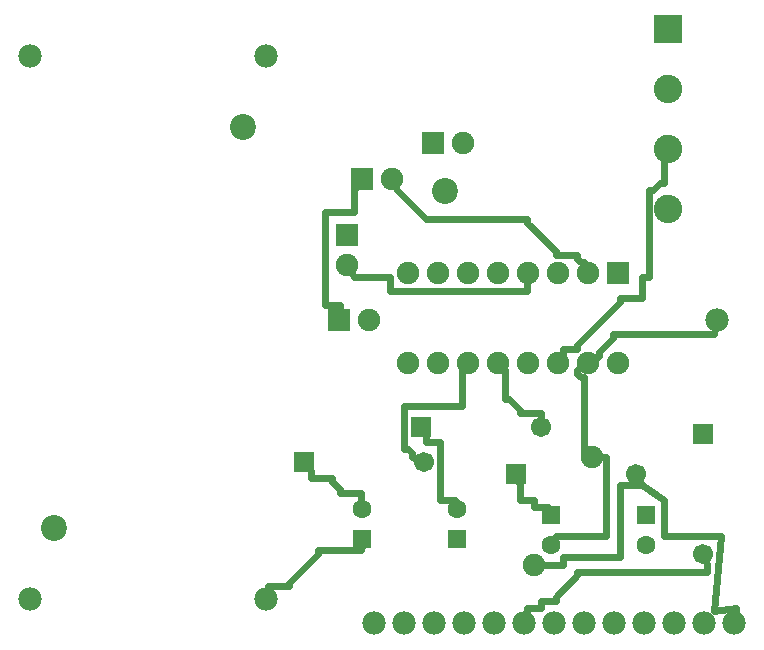
<source format=gtl>
G04 MADE WITH FRITZING*
G04 WWW.FRITZING.ORG*
G04 DOUBLE SIDED*
G04 HOLES PLATED*
G04 CONTOUR ON CENTER OF CONTOUR VECTOR*
%ASAXBY*%
%FSLAX23Y23*%
%MOIN*%
%OFA0B0*%
%SFA1.0B1.0*%
%ADD10C,0.075000*%
%ADD11C,0.078000*%
%ADD12C,0.062992*%
%ADD13C,0.067000*%
%ADD14C,0.095118*%
%ADD15C,0.086614*%
%ADD16C,0.075433*%
%ADD17R,0.075000X0.075000*%
%ADD18R,0.062992X0.062992*%
%ADD19R,0.067000X0.067000*%
%ADD20R,0.095118X0.095118*%
%ADD21C,0.024000*%
%LNCOPPER1*%
G90*
G70*
G54D10*
X2068Y1228D03*
X2068Y928D03*
X1968Y1228D03*
X1968Y928D03*
X1868Y1228D03*
X1868Y928D03*
X1768Y1228D03*
X1768Y928D03*
X1668Y1228D03*
X1668Y928D03*
X1568Y1228D03*
X1568Y928D03*
X1468Y1228D03*
X1468Y928D03*
X1368Y1228D03*
X1368Y928D03*
G54D11*
X1256Y63D03*
X1356Y63D03*
X1456Y63D03*
X1556Y63D03*
X1656Y63D03*
X1756Y63D03*
X1856Y63D03*
X1956Y63D03*
X2056Y63D03*
X2156Y63D03*
X2256Y63D03*
X2356Y63D03*
X2456Y63D03*
G54D12*
X1216Y342D03*
X1216Y441D03*
X1531Y342D03*
X1531Y441D03*
X2161Y421D03*
X2161Y323D03*
X1846Y421D03*
X1846Y323D03*
G54D13*
X1020Y598D03*
X1420Y598D03*
X1413Y716D03*
X1813Y716D03*
X2352Y693D03*
X2352Y293D03*
X1728Y559D03*
X2128Y559D03*
G54D14*
X2234Y2041D03*
X2234Y1841D03*
X2234Y1641D03*
X2234Y1441D03*
G54D10*
X1453Y1661D03*
X1553Y1661D03*
X1216Y1543D03*
X1316Y1543D03*
X1138Y1071D03*
X1238Y1071D03*
X1166Y1357D03*
X1166Y1257D03*
G54D11*
X896Y1953D03*
X2397Y1071D03*
X896Y142D03*
X108Y142D03*
X108Y1953D03*
G54D15*
X187Y378D03*
X817Y1717D03*
X1492Y1504D03*
G54D16*
X1788Y257D03*
X1980Y617D03*
G54D17*
X2068Y1228D03*
G54D18*
X1216Y342D03*
X1531Y342D03*
X2161Y421D03*
X1846Y421D03*
G54D19*
X1020Y598D03*
X1413Y716D03*
X2352Y693D03*
X1728Y559D03*
G54D20*
X2234Y2041D03*
G54D17*
X1453Y1661D03*
X1216Y1543D03*
X1138Y1071D03*
X1166Y1357D03*
G54D21*
X1838Y443D02*
X1836Y449D01*
X1836Y449D02*
X1788Y449D01*
X1788Y449D02*
X1788Y473D01*
X1788Y473D02*
X1740Y473D01*
X1740Y473D02*
X1740Y521D01*
X1740Y521D02*
X1735Y536D01*
D02*
X1213Y463D02*
X1212Y473D01*
X1212Y473D02*
X1212Y497D01*
X1212Y497D02*
X1140Y497D01*
X1140Y497D02*
X1140Y509D01*
X1140Y509D02*
X1116Y533D01*
X1116Y533D02*
X1116Y545D01*
X1116Y545D02*
X1044Y545D01*
X1044Y545D02*
X1044Y569D01*
X1044Y569D02*
X1035Y580D01*
D02*
X1526Y463D02*
X1524Y473D01*
X1524Y473D02*
X1476Y473D01*
X1476Y473D02*
X1476Y665D01*
X1476Y665D02*
X1428Y665D01*
X1428Y665D02*
X1428Y689D01*
X1428Y689D02*
X1425Y695D01*
D02*
X1765Y1203D02*
X1764Y1193D01*
D02*
X1764Y1193D02*
X1764Y1169D01*
D02*
X1764Y1169D02*
X1308Y1169D01*
D02*
X1308Y1169D02*
X1308Y1217D01*
D02*
X1308Y1217D02*
X1188Y1217D01*
D02*
X1188Y1217D02*
X1178Y1235D01*
D02*
X1960Y1252D02*
X1956Y1265D01*
D02*
X1956Y1265D02*
X1944Y1265D01*
D02*
X1944Y1265D02*
X1932Y1277D01*
D02*
X1932Y1277D02*
X1932Y1289D01*
D02*
X1932Y1289D02*
X1860Y1289D01*
D02*
X1860Y1289D02*
X1860Y1301D01*
D02*
X1860Y1301D02*
X1764Y1397D01*
D02*
X1764Y1397D02*
X1764Y1409D01*
D02*
X1764Y1409D02*
X1428Y1409D01*
D02*
X1428Y1409D02*
X1332Y1505D01*
D02*
X1332Y1505D02*
X1326Y1520D01*
D02*
X2214Y1619D02*
X2220Y1625D01*
X2220Y1625D02*
X2220Y1529D01*
D02*
X2220Y1529D02*
X2208Y1529D01*
D02*
X2208Y1529D02*
X2184Y1505D01*
D02*
X2184Y1505D02*
X2172Y1505D01*
D02*
X2172Y1505D02*
X2172Y1217D01*
D02*
X2172Y1217D02*
X2148Y1217D01*
D02*
X2148Y1217D02*
X2148Y1145D01*
X2148Y1145D02*
X2076Y1145D01*
X2076Y1145D02*
X2076Y1133D01*
X2076Y1133D02*
X1932Y989D01*
X1932Y989D02*
X1932Y977D01*
X1932Y977D02*
X1884Y977D01*
X1884Y977D02*
X1884Y953D01*
X1884Y953D02*
X1881Y949D01*
D02*
X1763Y88D02*
X1764Y89D01*
X1764Y89D02*
X1764Y113D01*
X1764Y113D02*
X1812Y113D01*
X1812Y113D02*
X1812Y137D01*
X1812Y137D02*
X1860Y137D01*
X1860Y137D02*
X1860Y149D01*
X1860Y149D02*
X1932Y221D01*
X1932Y221D02*
X1932Y233D01*
X1932Y233D02*
X2364Y233D01*
X2364Y233D02*
X2364Y257D01*
X2364Y257D02*
X2360Y270D01*
D02*
X1812Y740D02*
X1812Y737D01*
X1812Y737D02*
X1812Y761D01*
X1812Y761D02*
X1740Y761D01*
X1740Y761D02*
X1740Y773D01*
X1740Y773D02*
X1704Y809D01*
X1704Y809D02*
X1692Y809D01*
X1692Y809D02*
X1692Y905D01*
X1692Y905D02*
X1686Y911D01*
D02*
X1398Y609D02*
X1380Y617D01*
X1380Y617D02*
X1380Y629D01*
X1380Y629D02*
X1368Y641D01*
X1368Y641D02*
X1356Y641D01*
X1356Y641D02*
X1356Y785D01*
X1356Y785D02*
X1548Y785D01*
X1548Y785D02*
X1548Y905D01*
X1548Y905D02*
X1551Y909D01*
D02*
X898Y167D02*
X900Y185D01*
X900Y185D02*
X972Y185D01*
X972Y185D02*
X972Y197D01*
X972Y197D02*
X1068Y293D01*
X1068Y293D02*
X1068Y305D01*
X1068Y305D02*
X1212Y305D01*
X1212Y305D02*
X1214Y320D01*
D02*
X1856Y344D02*
X1860Y353D01*
X1860Y353D02*
X2028Y353D01*
X2028Y353D02*
X2028Y617D01*
X2028Y617D02*
X2009Y617D01*
D02*
X1947Y915D02*
X1932Y905D01*
X1932Y905D02*
X1932Y893D01*
X1932Y893D02*
X1944Y881D01*
X1944Y881D02*
X1956Y881D01*
X1956Y881D02*
X1956Y617D01*
X1956Y617D02*
X1980Y617D01*
D02*
X2392Y1046D02*
X2388Y1025D01*
X2388Y1025D02*
X2052Y1025D01*
X2052Y1025D02*
X2052Y1013D01*
X2052Y1013D02*
X2004Y965D01*
X2004Y965D02*
X2004Y953D01*
X2004Y953D02*
X1988Y942D01*
D02*
X1201Y1523D02*
X1188Y1505D01*
D02*
X1188Y1505D02*
X1188Y1433D01*
D02*
X1188Y1433D02*
X1092Y1433D01*
D02*
X1092Y1433D02*
X1092Y1121D01*
X1092Y1121D02*
X1140Y1121D01*
X1140Y1121D02*
X1140Y1097D01*
X1140Y1097D02*
X1140Y1095D01*
D02*
X1817Y257D02*
X1812Y257D01*
D02*
X1812Y257D02*
X1884Y257D01*
X1884Y257D02*
X1884Y281D01*
X1884Y281D02*
X2076Y281D01*
X2076Y281D02*
X2076Y521D01*
X2076Y521D02*
X2148Y521D01*
X2148Y521D02*
X2139Y538D01*
D02*
X2460Y88D02*
X2460Y89D01*
X2460Y89D02*
X2460Y113D01*
X2460Y113D02*
X2388Y101D01*
D02*
X2388Y101D02*
X2412Y353D01*
X2412Y353D02*
X2220Y353D01*
X2220Y353D02*
X2220Y473D01*
X2220Y473D02*
X2148Y521D01*
G04 End of Copper1*
M02*
</source>
